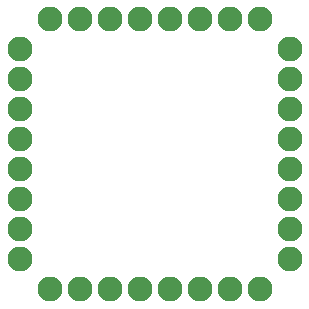
<source format=gbs>
%FSLAX24Y24*%
%MOIN*%
G70*
G01*
G75*
G04 Layer_Color=16711935*
%ADD10R,0.0551X0.0472*%
%ADD11R,0.0472X0.0551*%
%ADD12O,0.0630X0.0118*%
%ADD13O,0.0118X0.0630*%
%ADD14C,0.0118*%
%ADD15C,0.0750*%
%ADD16C,0.0098*%
%ADD17C,0.0236*%
%ADD18C,0.0100*%
%ADD19C,0.0079*%
%ADD20R,0.0631X0.0552*%
%ADD21R,0.0552X0.0631*%
%ADD22O,0.0710X0.0198*%
%ADD23O,0.0198X0.0710*%
%ADD24C,0.0830*%
D24*
X7500Y13500D02*
D03*
X8500D02*
D03*
X9500D02*
D03*
X10500D02*
D03*
X11500D02*
D03*
X12500D02*
D03*
X13500D02*
D03*
X14500D02*
D03*
X6500Y5500D02*
D03*
Y6500D02*
D03*
Y7500D02*
D03*
Y8500D02*
D03*
Y9500D02*
D03*
Y10500D02*
D03*
Y11500D02*
D03*
Y12500D02*
D03*
X15500D02*
D03*
Y11500D02*
D03*
Y10500D02*
D03*
Y9500D02*
D03*
Y8500D02*
D03*
Y7500D02*
D03*
Y6500D02*
D03*
Y5500D02*
D03*
X14500Y4500D02*
D03*
X13500D02*
D03*
X12500D02*
D03*
X11500D02*
D03*
X10500D02*
D03*
X9500D02*
D03*
X8500D02*
D03*
X7500D02*
D03*
M02*

</source>
